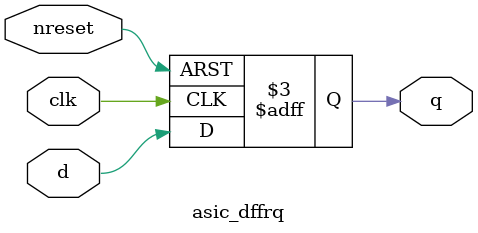
<source format=v>


module asic_dffrq #(parameter PROP = "DEFAULT")   (
    input      d,
    input      clk,
    input      nreset,
    output reg q
    );

   always @ (posedge clk or negedge nreset)
     if(!nreset)
       q <= 1'b0;
     else
       q <= d;

endmodule

</source>
